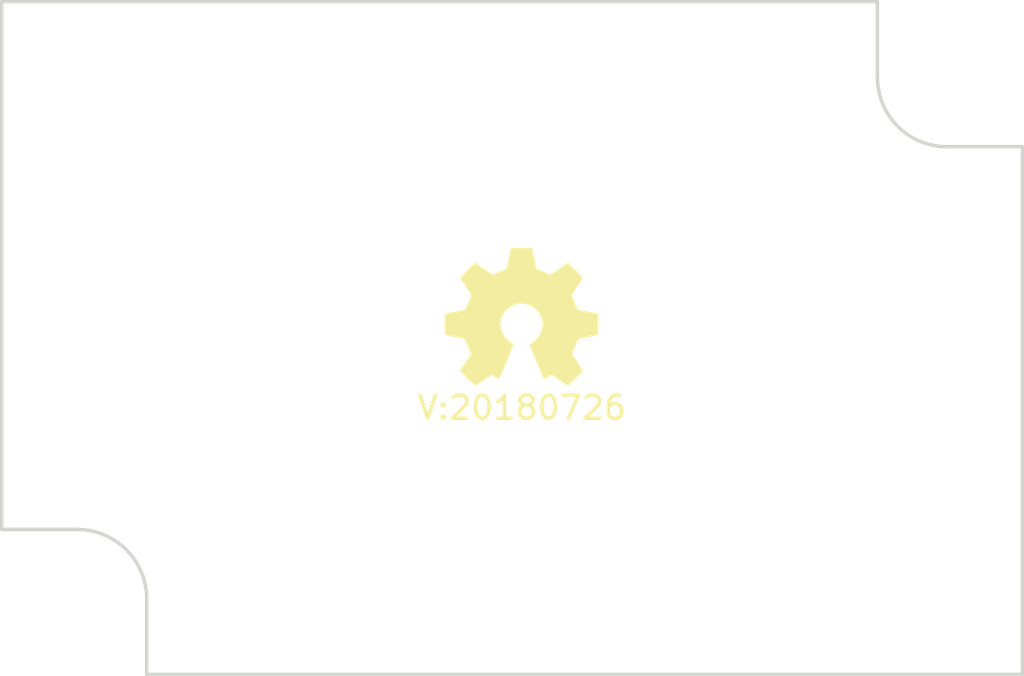
<source format=kicad_pcb>
(kicad_pcb (version 20171130) (host pcbnew 5.0.0-fee4fd1~65~ubuntu18.04.1)

  (general
    (thickness 1.6)
    (drawings 10)
    (tracks 0)
    (zones 0)
    (modules 4)
    (nets 1)
  )

  (page A4)
  (layers
    (0 F.Cu signal)
    (1 In1.Cu signal)
    (2 In2.Cu signal)
    (31 B.Cu signal)
    (32 B.Adhes user)
    (33 F.Adhes user)
    (34 B.Paste user)
    (35 F.Paste user)
    (36 B.SilkS user)
    (37 F.SilkS user)
    (38 B.Mask user)
    (39 F.Mask user)
    (40 Dwgs.User user)
    (41 Cmts.User user)
    (42 Eco1.User user)
    (43 Eco2.User user)
    (44 Edge.Cuts user)
    (45 Margin user)
    (46 B.CrtYd user)
    (47 F.CrtYd user)
    (48 B.Fab user)
    (49 F.Fab user)
  )

  (setup
    (last_trace_width 0.0889)
    (user_trace_width 0.15)
    (user_trace_width 0.2)
    (user_trace_width 0.3)
    (user_trace_width 0.4)
    (user_trace_width 0.6)
    (user_trace_width 1)
    (user_trace_width 1.5)
    (user_trace_width 2)
    (trace_clearance 0.0889)
    (zone_clearance 0.508)
    (zone_45_only no)
    (trace_min 0.0889)
    (segment_width 0.2)
    (edge_width 0.15)
    (via_size 0.45)
    (via_drill 0.2)
    (via_min_size 0.45)
    (via_min_drill 0.2)
    (user_via 0.45 0.2)
    (user_via 0.65 0.4)
    (user_via 0.75 0.6)
    (user_via 0.95 0.8)
    (user_via 1.3 1)
    (user_via 1.5 1.2)
    (user_via 1.7 1.4)
    (user_via 1.9 1.6)
    (uvia_size 0.6)
    (uvia_drill 0.3)
    (uvias_allowed no)
    (uvia_min_size 0.381)
    (uvia_min_drill 0.254)
    (pcb_text_width 0.3)
    (pcb_text_size 1.5 1.5)
    (mod_edge_width 0.15)
    (mod_text_size 1 1)
    (mod_text_width 0.15)
    (pad_size 1.524 1.524)
    (pad_drill 0.762)
    (pad_to_mask_clearance 0.2)
    (aux_axis_origin 0 0)
    (visible_elements FFFFFF7F)
    (pcbplotparams
      (layerselection 0x00030_80000001)
      (usegerberextensions false)
      (usegerberattributes false)
      (usegerberadvancedattributes false)
      (creategerberjobfile false)
      (excludeedgelayer true)
      (linewidth 0.100000)
      (plotframeref false)
      (viasonmask false)
      (mode 1)
      (useauxorigin false)
      (hpglpennumber 1)
      (hpglpenspeed 20)
      (hpglpendiameter 15.000000)
      (psnegative false)
      (psa4output false)
      (plotreference true)
      (plotvalue true)
      (plotinvisibletext false)
      (padsonsilk false)
      (subtractmaskfromsilk false)
      (outputformat 1)
      (mirror false)
      (drillshape 1)
      (scaleselection 1)
      (outputdirectory ""))
  )

  (net 0 "")

  (net_class Default "This is the default net class."
    (clearance 0.0889)
    (trace_width 0.0889)
    (via_dia 0.45)
    (via_drill 0.2)
    (uvia_dia 0.6)
    (uvia_drill 0.3)
  )

  (module Symbols:OSHW-Symbol_6.7x6mm_SilkScreen (layer F.Cu) (tedit 0) (tstamp 5A135134)
    (at 150.4 99.1)
    (descr "Open Source Hardware Symbol")
    (tags "Logo Symbol OSHW")
    (path /5A135869)
    (attr virtual)
    (fp_text reference N1 (at 0 0) (layer F.SilkS) hide
      (effects (font (size 1 1) (thickness 0.15)))
    )
    (fp_text value OHWLOGO (at 0.75 0) (layer F.Fab) hide
      (effects (font (size 1 1) (thickness 0.15)))
    )
    (fp_poly (pts (xy 0.555814 -2.531069) (xy 0.639635 -2.086445) (xy 0.94892 -1.958947) (xy 1.258206 -1.831449)
      (xy 1.629246 -2.083754) (xy 1.733157 -2.154004) (xy 1.827087 -2.216728) (xy 1.906652 -2.269062)
      (xy 1.96747 -2.308143) (xy 2.005157 -2.331107) (xy 2.015421 -2.336058) (xy 2.03391 -2.323324)
      (xy 2.07342 -2.288118) (xy 2.129522 -2.234938) (xy 2.197787 -2.168282) (xy 2.273786 -2.092646)
      (xy 2.353092 -2.012528) (xy 2.431275 -1.932426) (xy 2.503907 -1.856836) (xy 2.566559 -1.790255)
      (xy 2.614803 -1.737182) (xy 2.64421 -1.702113) (xy 2.651241 -1.690377) (xy 2.641123 -1.66874)
      (xy 2.612759 -1.621338) (xy 2.569129 -1.552807) (xy 2.513218 -1.467785) (xy 2.448006 -1.370907)
      (xy 2.410219 -1.31565) (xy 2.341343 -1.214752) (xy 2.28014 -1.123701) (xy 2.229578 -1.04703)
      (xy 2.192628 -0.989272) (xy 2.172258 -0.954957) (xy 2.169197 -0.947746) (xy 2.176136 -0.927252)
      (xy 2.195051 -0.879487) (xy 2.223087 -0.811168) (xy 2.257391 -0.729011) (xy 2.295109 -0.63973)
      (xy 2.333387 -0.550042) (xy 2.36937 -0.466662) (xy 2.400206 -0.396306) (xy 2.423039 -0.34569)
      (xy 2.435017 -0.321529) (xy 2.435724 -0.320578) (xy 2.454531 -0.315964) (xy 2.504618 -0.305672)
      (xy 2.580793 -0.290713) (xy 2.677865 -0.272099) (xy 2.790643 -0.250841) (xy 2.856442 -0.238582)
      (xy 2.97695 -0.215638) (xy 3.085797 -0.193805) (xy 3.177476 -0.174278) (xy 3.246481 -0.158252)
      (xy 3.287304 -0.146921) (xy 3.295511 -0.143326) (xy 3.303548 -0.118994) (xy 3.310033 -0.064041)
      (xy 3.31497 0.015108) (xy 3.318364 0.112026) (xy 3.320218 0.220287) (xy 3.320538 0.333465)
      (xy 3.319327 0.445135) (xy 3.31659 0.548868) (xy 3.312331 0.638241) (xy 3.306555 0.706826)
      (xy 3.299267 0.748197) (xy 3.294895 0.75681) (xy 3.268764 0.767133) (xy 3.213393 0.781892)
      (xy 3.136107 0.799352) (xy 3.04423 0.81778) (xy 3.012158 0.823741) (xy 2.857524 0.852066)
      (xy 2.735375 0.874876) (xy 2.641673 0.89308) (xy 2.572384 0.907583) (xy 2.523471 0.919292)
      (xy 2.490897 0.929115) (xy 2.470628 0.937956) (xy 2.458626 0.946724) (xy 2.456947 0.948457)
      (xy 2.440184 0.976371) (xy 2.414614 1.030695) (xy 2.382788 1.104777) (xy 2.34726 1.191965)
      (xy 2.310583 1.285608) (xy 2.275311 1.379052) (xy 2.243996 1.465647) (xy 2.219193 1.53874)
      (xy 2.203454 1.591678) (xy 2.199332 1.617811) (xy 2.199676 1.618726) (xy 2.213641 1.640086)
      (xy 2.245322 1.687084) (xy 2.291391 1.754827) (xy 2.348518 1.838423) (xy 2.413373 1.932982)
      (xy 2.431843 1.959854) (xy 2.497699 2.057275) (xy 2.55565 2.146163) (xy 2.602538 2.221412)
      (xy 2.635207 2.27792) (xy 2.6505 2.310581) (xy 2.651241 2.314593) (xy 2.638392 2.335684)
      (xy 2.602888 2.377464) (xy 2.549293 2.435445) (xy 2.482171 2.505135) (xy 2.406087 2.582045)
      (xy 2.325604 2.661683) (xy 2.245287 2.739561) (xy 2.169699 2.811186) (xy 2.103405 2.87207)
      (xy 2.050969 2.917721) (xy 2.016955 2.94365) (xy 2.007545 2.947883) (xy 1.985643 2.937912)
      (xy 1.9408 2.91102) (xy 1.880321 2.871736) (xy 1.833789 2.840117) (xy 1.749475 2.782098)
      (xy 1.649626 2.713784) (xy 1.549473 2.645579) (xy 1.495627 2.609075) (xy 1.313371 2.4858)
      (xy 1.160381 2.56852) (xy 1.090682 2.604759) (xy 1.031414 2.632926) (xy 0.991311 2.648991)
      (xy 0.981103 2.651226) (xy 0.968829 2.634722) (xy 0.944613 2.588082) (xy 0.910263 2.515609)
      (xy 0.867588 2.421606) (xy 0.818394 2.310374) (xy 0.76449 2.186215) (xy 0.707684 2.053432)
      (xy 0.649782 1.916327) (xy 0.592593 1.779202) (xy 0.537924 1.646358) (xy 0.487584 1.522098)
      (xy 0.44338 1.410725) (xy 0.407119 1.316539) (xy 0.380609 1.243844) (xy 0.365658 1.196941)
      (xy 0.363254 1.180833) (xy 0.382311 1.160286) (xy 0.424036 1.126933) (xy 0.479706 1.087702)
      (xy 0.484378 1.084599) (xy 0.628264 0.969423) (xy 0.744283 0.835053) (xy 0.83143 0.685784)
      (xy 0.888699 0.525913) (xy 0.915086 0.359737) (xy 0.909585 0.191552) (xy 0.87119 0.025655)
      (xy 0.798895 -0.133658) (xy 0.777626 -0.168513) (xy 0.666996 -0.309263) (xy 0.536302 -0.422286)
      (xy 0.390064 -0.506997) (xy 0.232808 -0.562806) (xy 0.069057 -0.589126) (xy -0.096667 -0.58537)
      (xy -0.259838 -0.55095) (xy -0.415935 -0.485277) (xy -0.560433 -0.387765) (xy -0.605131 -0.348187)
      (xy -0.718888 -0.224297) (xy -0.801782 -0.093876) (xy -0.858644 0.052315) (xy -0.890313 0.197088)
      (xy -0.898131 0.35986) (xy -0.872062 0.52344) (xy -0.814755 0.682298) (xy -0.728856 0.830906)
      (xy -0.617014 0.963735) (xy -0.481877 1.075256) (xy -0.464117 1.087011) (xy -0.40785 1.125508)
      (xy -0.365077 1.158863) (xy -0.344628 1.18016) (xy -0.344331 1.180833) (xy -0.348721 1.203871)
      (xy -0.366124 1.256157) (xy -0.394732 1.33339) (xy -0.432735 1.431268) (xy -0.478326 1.545491)
      (xy -0.529697 1.671758) (xy -0.585038 1.805767) (xy -0.642542 1.943218) (xy -0.700399 2.079808)
      (xy -0.756802 2.211237) (xy -0.809942 2.333205) (xy -0.85801 2.441409) (xy -0.899199 2.531549)
      (xy -0.931699 2.599323) (xy -0.953703 2.64043) (xy -0.962564 2.651226) (xy -0.98964 2.642819)
      (xy -1.040303 2.620272) (xy -1.105817 2.587613) (xy -1.141841 2.56852) (xy -1.294832 2.4858)
      (xy -1.477088 2.609075) (xy -1.570125 2.672228) (xy -1.671985 2.741727) (xy -1.767438 2.807165)
      (xy -1.81525 2.840117) (xy -1.882495 2.885273) (xy -1.939436 2.921057) (xy -1.978646 2.942938)
      (xy -1.991381 2.947563) (xy -2.009917 2.935085) (xy -2.050941 2.900252) (xy -2.110475 2.846678)
      (xy -2.184542 2.777983) (xy -2.269165 2.697781) (xy -2.322685 2.646286) (xy -2.416319 2.554286)
      (xy -2.497241 2.471999) (xy -2.562177 2.402945) (xy -2.607858 2.350644) (xy -2.631011 2.318616)
      (xy -2.633232 2.312116) (xy -2.622924 2.287394) (xy -2.594439 2.237405) (xy -2.550937 2.167212)
      (xy -2.495577 2.081875) (xy -2.43152 1.986456) (xy -2.413303 1.959854) (xy -2.346927 1.863167)
      (xy -2.287378 1.776117) (xy -2.237984 1.703595) (xy -2.202075 1.650493) (xy -2.182981 1.621703)
      (xy -2.181136 1.618726) (xy -2.183895 1.595782) (xy -2.198538 1.545336) (xy -2.222513 1.474041)
      (xy -2.253266 1.388547) (xy -2.288244 1.295507) (xy -2.324893 1.201574) (xy -2.360661 1.113399)
      (xy -2.392994 1.037634) (xy -2.419338 0.980931) (xy -2.437142 0.949943) (xy -2.438407 0.948457)
      (xy -2.449294 0.939601) (xy -2.467682 0.930843) (xy -2.497606 0.921277) (xy -2.543103 0.909996)
      (xy -2.608209 0.896093) (xy -2.696961 0.878663) (xy -2.813393 0.856798) (xy -2.961542 0.829591)
      (xy -2.993618 0.823741) (xy -3.088686 0.805374) (xy -3.171565 0.787405) (xy -3.23493 0.771569)
      (xy -3.271458 0.7596) (xy -3.276356 0.75681) (xy -3.284427 0.732072) (xy -3.290987 0.67679)
      (xy -3.296033 0.597389) (xy -3.299559 0.500296) (xy -3.301561 0.391938) (xy -3.302036 0.27874)
      (xy -3.300977 0.167128) (xy -3.298382 0.063529) (xy -3.294246 -0.025632) (xy -3.288563 -0.093928)
      (xy -3.281331 -0.134934) (xy -3.276971 -0.143326) (xy -3.252698 -0.151792) (xy -3.197426 -0.165565)
      (xy -3.116662 -0.18345) (xy -3.015912 -0.204252) (xy -2.900683 -0.226777) (xy -2.837902 -0.238582)
      (xy -2.718787 -0.260849) (xy -2.612565 -0.281021) (xy -2.524427 -0.298085) (xy -2.459566 -0.311031)
      (xy -2.423174 -0.318845) (xy -2.417184 -0.320578) (xy -2.407061 -0.34011) (xy -2.385662 -0.387157)
      (xy -2.355839 -0.454997) (xy -2.320445 -0.536909) (xy -2.282332 -0.626172) (xy -2.244353 -0.716065)
      (xy -2.20936 -0.799865) (xy -2.180206 -0.870853) (xy -2.159743 -0.922306) (xy -2.150823 -0.947503)
      (xy -2.150657 -0.948604) (xy -2.160769 -0.968481) (xy -2.189117 -1.014223) (xy -2.232723 -1.081283)
      (xy -2.288606 -1.165116) (xy -2.353787 -1.261174) (xy -2.391679 -1.31635) (xy -2.460725 -1.417519)
      (xy -2.52205 -1.50937) (xy -2.572663 -1.587256) (xy -2.609571 -1.646531) (xy -2.629782 -1.682549)
      (xy -2.632701 -1.690623) (xy -2.620153 -1.709416) (xy -2.585463 -1.749543) (xy -2.533063 -1.806507)
      (xy -2.467384 -1.875815) (xy -2.392856 -1.952969) (xy -2.313913 -2.033475) (xy -2.234983 -2.112837)
      (xy -2.1605 -2.18656) (xy -2.094894 -2.250148) (xy -2.042596 -2.299106) (xy -2.008039 -2.328939)
      (xy -1.996478 -2.336058) (xy -1.977654 -2.326047) (xy -1.932631 -2.297922) (xy -1.865787 -2.254546)
      (xy -1.781499 -2.198782) (xy -1.684144 -2.133494) (xy -1.610707 -2.083754) (xy -1.239667 -1.831449)
      (xy -0.621095 -2.086445) (xy -0.537275 -2.531069) (xy -0.453454 -2.975693) (xy 0.471994 -2.975693)
      (xy 0.555814 -2.531069)) (layer F.SilkS) (width 0.01))
  )

  (module SquantorPcbOutline:MountingHole_2.5mm_no_metal locked (layer F.Cu) (tedit 5B1D0196) (tstamp 5B1D07E7)
    (at 140 88.25)
    (path /5B1CFFB9)
    (fp_text reference H1 (at 0 -3) (layer F.SilkS) hide
      (effects (font (size 1 1) (thickness 0.15)))
    )
    (fp_text value Drill_Hole_no_metal (at 0 3) (layer F.Fab) hide
      (effects (font (size 1 1) (thickness 0.15)))
    )
    (pad "" np_thru_hole circle (at 0 0) (size 2.5 2.5) (drill 2.5) (layers *.Cu *.Mask))
  )

  (module SquantorPcbOutline:MountingHole_2.5mm_no_metal locked (layer F.Cu) (tedit 5B1D018E) (tstamp 5B1D07EC)
    (at 160 111.75)
    (path /5B1D000C)
    (fp_text reference H2 (at 0 -3) (layer F.SilkS) hide
      (effects (font (size 1 1) (thickness 0.15)))
    )
    (fp_text value Drill_Hole_no_metal (at 0 3) (layer F.Fab) hide
      (effects (font (size 1 1) (thickness 0.15)))
    )
    (pad "" np_thru_hole circle (at 0 0) (size 2.5 2.5) (drill 2.5) (layers *.Cu *.Mask))
  )

  (module SquantorLabels:Label_version (layer F.Cu) (tedit 5B5A1E49) (tstamp 5B5A2356)
    (at 151.5 103.1)
    (path /5A1357A5)
    (fp_text reference N2 (at 0 1.4) (layer F.Fab) hide
      (effects (font (size 1 1) (thickness 0.15)))
    )
    (fp_text value 20180726 (at -0.4 -0.1) (layer F.SilkS)
      (effects (font (size 1 1) (thickness 0.15)))
    )
    (fp_text user V: (at -4.9 -0.1) (layer F.SilkS)
      (effects (font (size 1 1) (thickness 0.15)))
    )
  )

  (gr_line (start 165.75 88.75) (end 165.75 85.5) (layer Edge.Cuts) (width 0.15))
  (gr_line (start 172 91.75) (end 168.75 91.75) (layer Edge.Cuts) (width 0.15))
  (gr_arc (start 168.75 88.75) (end 168.75 91.75) (angle 90) (layer Edge.Cuts) (width 0.15))
  (gr_line (start 134.25 111.25) (end 134.25 114.5) (layer Edge.Cuts) (width 0.15))
  (gr_line (start 128 108.25) (end 131.25 108.25) (layer Edge.Cuts) (width 0.15))
  (gr_arc (start 131.25 111.25) (end 131.25 108.25) (angle 90) (layer Edge.Cuts) (width 0.15))
  (gr_line (start 128 85.5) (end 128 108.25) (layer Edge.Cuts) (width 0.15))
  (gr_line (start 165.75 85.5) (end 128 85.5) (layer Edge.Cuts) (width 0.15))
  (gr_line (start 172 114.5) (end 172 91.75) (layer Edge.Cuts) (width 0.15))
  (gr_line (start 134.25 114.5) (end 172 114.5) (layer Edge.Cuts) (width 0.15))

)

</source>
